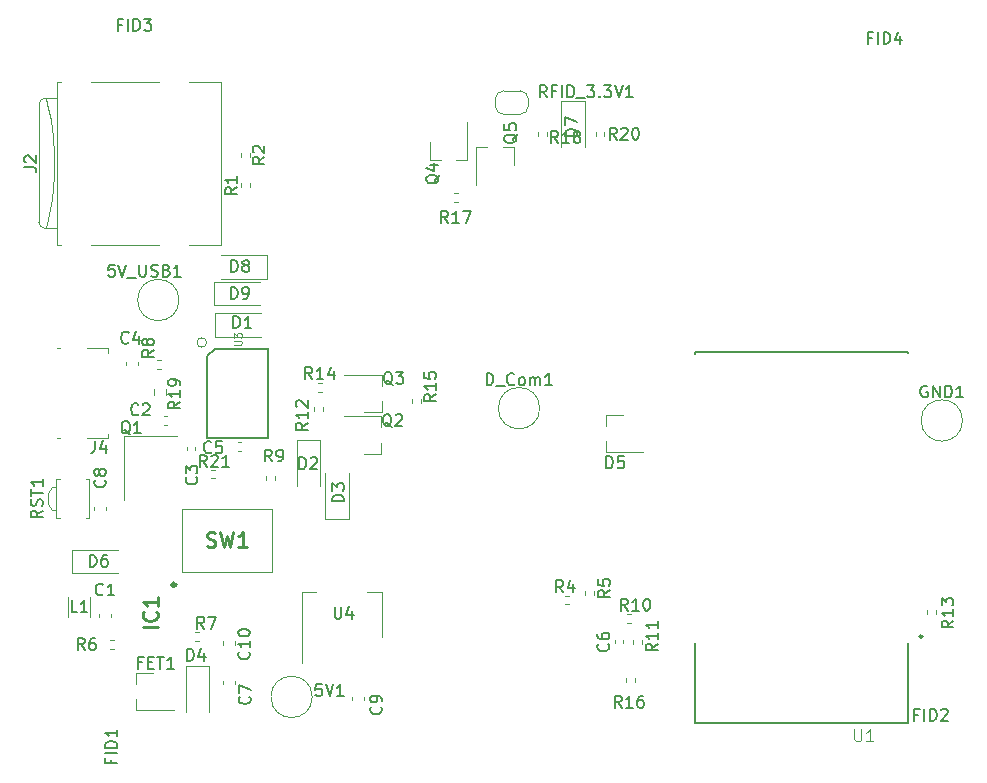
<source format=gbr>
G04 #@! TF.GenerationSoftware,KiCad,Pcbnew,(5.1.9-0-10_14)*
G04 #@! TF.CreationDate,2021-02-25T23:37:31+01:00*
G04 #@! TF.ProjectId,QUino-Dogbox,5155696e-6f2d-4446-9f67-626f782e6b69,C*
G04 #@! TF.SameCoordinates,Original*
G04 #@! TF.FileFunction,Legend,Top*
G04 #@! TF.FilePolarity,Positive*
%FSLAX46Y46*%
G04 Gerber Fmt 4.6, Leading zero omitted, Abs format (unit mm)*
G04 Created by KiCad (PCBNEW (5.1.9-0-10_14)) date 2021-02-25 23:37:31*
%MOMM*%
%LPD*%
G01*
G04 APERTURE LIST*
%ADD10C,0.325000*%
%ADD11C,0.100000*%
%ADD12C,0.203200*%
%ADD13C,0.127000*%
%ADD14C,0.120000*%
%ADD15C,0.240000*%
%ADD16C,0.254000*%
%ADD17C,0.015000*%
%ADD18C,0.150000*%
G04 APERTURE END LIST*
D10*
X97375200Y-125348000D02*
G75*
G03*
X97375200Y-125348000I-162500J0D01*
G01*
D11*
X99968000Y-104825800D02*
G75*
G03*
X99968000Y-104825800I-400000J0D01*
G01*
D12*
X100016000Y-105978800D02*
X100016000Y-112943800D01*
X100651000Y-105343800D02*
X100016000Y-105978800D01*
X105191000Y-105343800D02*
X100651000Y-105343800D01*
D13*
X105191000Y-105318800D02*
X105191000Y-105343800D01*
D12*
X105216000Y-112943800D02*
X105216000Y-105343800D01*
X100016000Y-112943800D02*
X105216000Y-112943800D01*
D14*
X136231900Y-133271279D02*
X136231900Y-133606521D01*
X135471900Y-133271279D02*
X135471900Y-133606521D01*
X88580400Y-122380500D02*
X92480400Y-122380500D01*
X88580400Y-124380500D02*
X92480400Y-124380500D01*
X88580400Y-122380500D02*
X88580400Y-124380500D01*
X108021100Y-131988600D02*
X108021100Y-125978600D01*
X114841100Y-129738600D02*
X114841100Y-125978600D01*
X108021100Y-125978600D02*
X109281100Y-125978600D01*
X114841100Y-125978600D02*
X113581100Y-125978600D01*
X100607300Y-99672900D02*
X100607300Y-101672900D01*
X100607300Y-101672900D02*
X104507300Y-101672900D01*
X100607300Y-99672900D02*
X104507300Y-99672900D01*
X105082900Y-99463100D02*
X105082900Y-97463100D01*
X105082900Y-97463100D02*
X101182900Y-97463100D01*
X105082900Y-99463100D02*
X101182900Y-99463100D01*
X132013200Y-84376700D02*
X130013200Y-84376700D01*
X130013200Y-84376700D02*
X130013200Y-88276700D01*
X132013200Y-84376700D02*
X132013200Y-88276700D01*
D11*
X105498900Y-124239400D02*
X97878900Y-124239400D01*
X97878900Y-124239400D02*
X97878900Y-118889400D01*
X97878900Y-118889400D02*
X105498900Y-118889400D01*
X105498900Y-118889400D02*
X105498900Y-124239400D01*
D13*
X159355300Y-130260400D02*
X159355300Y-137010400D01*
X159355300Y-137010400D02*
X141355300Y-137010400D01*
X141355300Y-137010400D02*
X141355300Y-130260400D01*
X159355300Y-105610400D02*
X141355300Y-105610400D01*
X141355300Y-105610400D02*
X141355300Y-105810400D01*
X159355300Y-105760400D02*
X159355300Y-105610400D01*
D15*
X160575300Y-129710400D02*
G75*
G03*
X160575300Y-129710400I-120000J0D01*
G01*
D14*
X117349000Y-109611179D02*
X117349000Y-109946421D01*
X118109000Y-109611179D02*
X118109000Y-109946421D01*
X94172500Y-106776567D02*
X94172500Y-106484033D01*
X93152500Y-106776567D02*
X93152500Y-106484033D01*
X100327479Y-116343700D02*
X100662721Y-116343700D01*
X100327479Y-115583700D02*
X100662721Y-115583700D01*
X132906500Y-87030579D02*
X132906500Y-87365821D01*
X133666500Y-87030579D02*
X133666500Y-87365821D01*
X128017000Y-87005179D02*
X128017000Y-87340421D01*
X128777000Y-87005179D02*
X128777000Y-87340421D01*
X121262121Y-92177600D02*
X120926879Y-92177600D01*
X121262121Y-92937600D02*
X120926879Y-92937600D01*
X136106900Y-130045479D02*
X136106900Y-130380721D01*
X136866900Y-130045479D02*
X136866900Y-130380721D01*
X135608079Y-128561100D02*
X135943321Y-128561100D01*
X135608079Y-127801100D02*
X135943321Y-127801100D01*
X98993979Y-130072400D02*
X99329221Y-130072400D01*
X98993979Y-129312400D02*
X99329221Y-129312400D01*
X91819079Y-130809000D02*
X92154321Y-130809000D01*
X91819079Y-130049000D02*
X92154321Y-130049000D01*
X132030200Y-125866579D02*
X132030200Y-126201821D01*
X132790200Y-125866579D02*
X132790200Y-126201821D01*
X130697621Y-126251700D02*
X130362379Y-126251700D01*
X130697621Y-127011700D02*
X130362379Y-127011700D01*
X125976500Y-88305100D02*
X125976500Y-89765100D01*
X122816500Y-88305100D02*
X122816500Y-91465100D01*
X122816500Y-88305100D02*
X123746500Y-88305100D01*
X125976500Y-88305100D02*
X125046500Y-88305100D01*
X118902500Y-89352600D02*
X118902500Y-87892600D01*
X122062500Y-89352600D02*
X122062500Y-86192600D01*
X122062500Y-89352600D02*
X121132500Y-89352600D01*
X118902500Y-89352600D02*
X119832500Y-89352600D01*
X88269400Y-126393558D02*
X88269400Y-128064042D01*
X90089400Y-126393558D02*
X90089400Y-128064042D01*
X94020100Y-132798700D02*
X95480100Y-132798700D01*
X94020100Y-135958700D02*
X97180100Y-135958700D01*
X94020100Y-135958700D02*
X94020100Y-135028700D01*
X94020100Y-132798700D02*
X94020100Y-133728700D01*
X100212400Y-132192200D02*
X100212400Y-136092200D01*
X98212400Y-132192200D02*
X98212400Y-136092200D01*
X100212400Y-132192200D02*
X98212400Y-132192200D01*
X100709900Y-102327200D02*
X104609900Y-102327200D01*
X100709900Y-104327200D02*
X104609900Y-104327200D01*
X100709900Y-102327200D02*
X100709900Y-104327200D01*
X101369400Y-130131433D02*
X101369400Y-130423967D01*
X102389400Y-130131433D02*
X102389400Y-130423967D01*
X112316800Y-134830433D02*
X112316800Y-135122967D01*
X113336800Y-134830433D02*
X113336800Y-135122967D01*
X101382100Y-133483133D02*
X101382100Y-133775667D01*
X102402100Y-133483133D02*
X102402100Y-133775667D01*
X135259400Y-130265435D02*
X135259400Y-130033765D01*
X134539400Y-130265435D02*
X134539400Y-130033765D01*
X91886500Y-128072267D02*
X91886500Y-127779733D01*
X90866500Y-128072267D02*
X90866500Y-127779733D01*
X97635000Y-101231700D02*
G75*
G03*
X97635000Y-101231700I-1750000J0D01*
G01*
X108925300Y-134835900D02*
G75*
G03*
X108925300Y-134835900I-1750000J0D01*
G01*
X124418900Y-84818500D02*
X124418900Y-84218500D01*
X126518900Y-85518500D02*
X125118900Y-85518500D01*
X127218900Y-84218500D02*
X127218900Y-84818500D01*
X125118900Y-83518500D02*
X126518900Y-83518500D01*
X126518900Y-83518500D02*
G75*
G02*
X127218900Y-84218500I0J-700000D01*
G01*
X127218900Y-84818500D02*
G75*
G02*
X126518900Y-85518500I-700000J0D01*
G01*
X125118900Y-85518500D02*
G75*
G02*
X124418900Y-84818500I0J700000D01*
G01*
X124418900Y-84218500D02*
G75*
G02*
X125118900Y-83518500I700000J0D01*
G01*
X86481000Y-84662000D02*
X86381000Y-84162000D01*
X86781000Y-85962000D02*
X86481000Y-84662000D01*
X86981000Y-87462000D02*
X86781000Y-85962000D01*
X87081000Y-88762000D02*
X86981000Y-87462000D01*
X87081000Y-90562000D02*
X87081000Y-88762000D01*
X86981000Y-91862000D02*
X87081000Y-90562000D01*
X86881000Y-92662000D02*
X86981000Y-91862000D01*
X86581000Y-94362000D02*
X86881000Y-92662000D01*
X86381000Y-95162000D02*
X86581000Y-94362000D01*
X85781000Y-94662000D02*
X85781000Y-84662000D01*
X87281000Y-95162000D02*
X86281000Y-95162000D01*
X87281000Y-84162000D02*
X86281000Y-84162000D01*
X87281000Y-96572000D02*
X87281000Y-82752000D01*
X101201000Y-82752000D02*
X101201000Y-96572000D01*
X98501000Y-82752000D02*
X101201000Y-82752000D01*
X87281000Y-82752000D02*
X87681000Y-82752000D01*
X90201000Y-82752000D02*
X95981000Y-82752000D01*
X98501000Y-96572000D02*
X101201000Y-96572000D01*
X90201000Y-96572000D02*
X95981000Y-96572000D01*
X87281000Y-96572000D02*
X87681000Y-96572000D01*
X86281000Y-84162000D02*
G75*
G03*
X85781000Y-84662000I0J-500000D01*
G01*
X85781000Y-94662000D02*
G75*
G03*
X86281000Y-95162000I500000J0D01*
G01*
X103631000Y-91697121D02*
X103631000Y-91361879D01*
X102871000Y-91697121D02*
X102871000Y-91361879D01*
X103631000Y-88769879D02*
X103631000Y-89105121D01*
X102871000Y-88769879D02*
X102871000Y-89105121D01*
X95743379Y-107110800D02*
X96078621Y-107110800D01*
X95743379Y-106350800D02*
X96078621Y-106350800D01*
X105764600Y-116164379D02*
X105764600Y-116499621D01*
X105004600Y-116164379D02*
X105004600Y-116499621D01*
X109854000Y-110272179D02*
X109854000Y-110607421D01*
X109094000Y-110272179D02*
X109094000Y-110607421D01*
X161011600Y-127840721D02*
X161011600Y-127505479D01*
X161771600Y-127840721D02*
X161771600Y-127505479D01*
X109395879Y-109015800D02*
X109731121Y-109015800D01*
X109395879Y-108255800D02*
X109731121Y-108255800D01*
X96635835Y-111789800D02*
X96404165Y-111789800D01*
X96635835Y-111069800D02*
X96404165Y-111069800D01*
X98319000Y-113659465D02*
X98319000Y-113891135D01*
X99039000Y-113659465D02*
X99039000Y-113891135D01*
X102884235Y-113279600D02*
X102652565Y-113279600D01*
X102884235Y-113999600D02*
X102652565Y-113999600D01*
X90422000Y-119019367D02*
X90422000Y-118726833D01*
X91442000Y-119019367D02*
X91442000Y-118726833D01*
X109610400Y-113066000D02*
X109610400Y-116966000D01*
X107610400Y-113066000D02*
X107610400Y-116966000D01*
X109610400Y-113066000D02*
X107610400Y-113066000D01*
X110023400Y-119788500D02*
X112023400Y-119788500D01*
X112023400Y-119788500D02*
X112023400Y-115888500D01*
X110023400Y-119788500D02*
X110023400Y-115888500D01*
X133796500Y-110942000D02*
X133796500Y-111872000D01*
X133796500Y-114102000D02*
X133796500Y-113172000D01*
X133796500Y-114102000D02*
X136956500Y-114102000D01*
X133796500Y-110942000D02*
X135256500Y-110942000D01*
X114742500Y-114241700D02*
X113282500Y-114241700D01*
X114742500Y-111081700D02*
X111582500Y-111081700D01*
X114742500Y-111081700D02*
X114742500Y-112011700D01*
X114742500Y-114241700D02*
X114742500Y-113311700D01*
X114806000Y-110723800D02*
X114806000Y-109793800D01*
X114806000Y-107563800D02*
X114806000Y-108493800D01*
X114806000Y-107563800D02*
X111646000Y-107563800D01*
X114806000Y-110723800D02*
X113346000Y-110723800D01*
X86546000Y-118533800D02*
X86926000Y-119033800D01*
X86926000Y-119033800D02*
X87246000Y-119033800D01*
X86546000Y-118533800D02*
X86546000Y-117533800D01*
X86546000Y-117533800D02*
X86926000Y-117033800D01*
X86926000Y-117033800D02*
X87246000Y-117033800D01*
X90046000Y-119683800D02*
X90046000Y-116383800D01*
X89746000Y-119683800D02*
X90046000Y-119683800D01*
X90046000Y-116383800D02*
X89746000Y-116383800D01*
X87546000Y-119683800D02*
X87246000Y-119683800D01*
X87246000Y-119683800D02*
X87246000Y-116383800D01*
X87246000Y-116383800D02*
X87546000Y-116383800D01*
X95489500Y-108785576D02*
X95489500Y-109295024D01*
X96534500Y-108785576D02*
X96534500Y-109295024D01*
X87316000Y-105333800D02*
X87576000Y-105333800D01*
X89856000Y-105333800D02*
X91626000Y-105333800D01*
X91626000Y-105333800D02*
X91626000Y-105713800D01*
X91626000Y-112953800D02*
X89856000Y-112953800D01*
X87576000Y-112953800D02*
X87316000Y-112953800D01*
X91626000Y-112953800D02*
X91626000Y-112573800D01*
X128178500Y-110388400D02*
G75*
G03*
X128178500Y-110388400I-1750000J0D01*
G01*
X163979800Y-111429800D02*
G75*
G03*
X163979800Y-111429800I-1750000J0D01*
G01*
X92993000Y-112740800D02*
X92993000Y-118140800D01*
X97493000Y-112740800D02*
X92993000Y-112740800D01*
D16*
X95837223Y-128938261D02*
X94567223Y-128938261D01*
X95716271Y-127607785D02*
X95776747Y-127668261D01*
X95837223Y-127849690D01*
X95837223Y-127970642D01*
X95776747Y-128152071D01*
X95655795Y-128273023D01*
X95534842Y-128333500D01*
X95292938Y-128393976D01*
X95111509Y-128393976D01*
X94869604Y-128333500D01*
X94748652Y-128273023D01*
X94627700Y-128152071D01*
X94567223Y-127970642D01*
X94567223Y-127849690D01*
X94627700Y-127668261D01*
X94688176Y-127607785D01*
X95837223Y-126398261D02*
X95837223Y-127123976D01*
X95837223Y-126761119D02*
X94567223Y-126761119D01*
X94748652Y-126882071D01*
X94869604Y-127003023D01*
X94930080Y-127123976D01*
D17*
X102310269Y-105030537D02*
X102828804Y-105030537D01*
X102889808Y-105000035D01*
X102920310Y-104969533D01*
X102950812Y-104908529D01*
X102950812Y-104786521D01*
X102920310Y-104725517D01*
X102889808Y-104695015D01*
X102828804Y-104664513D01*
X102310269Y-104664513D01*
X102310269Y-104420496D02*
X102310269Y-104023970D01*
X102554285Y-104237484D01*
X102554285Y-104145978D01*
X102584787Y-104084974D01*
X102615289Y-104054472D01*
X102676294Y-104023970D01*
X102828804Y-104023970D01*
X102889808Y-104054472D01*
X102920310Y-104084974D01*
X102950812Y-104145978D01*
X102950812Y-104328990D01*
X102920310Y-104389994D01*
X102889808Y-104420496D01*
D18*
X135107442Y-135746080D02*
X134774109Y-135269890D01*
X134536014Y-135746080D02*
X134536014Y-134746080D01*
X134916966Y-134746080D01*
X135012204Y-134793700D01*
X135059823Y-134841319D01*
X135107442Y-134936557D01*
X135107442Y-135079414D01*
X135059823Y-135174652D01*
X135012204Y-135222271D01*
X134916966Y-135269890D01*
X134536014Y-135269890D01*
X136059823Y-135746080D02*
X135488395Y-135746080D01*
X135774109Y-135746080D02*
X135774109Y-134746080D01*
X135678871Y-134888938D01*
X135583633Y-134984176D01*
X135488395Y-135031795D01*
X136916966Y-134746080D02*
X136726490Y-134746080D01*
X136631252Y-134793700D01*
X136583633Y-134841319D01*
X136488395Y-134984176D01*
X136440776Y-135174652D01*
X136440776Y-135555604D01*
X136488395Y-135650842D01*
X136536014Y-135698461D01*
X136631252Y-135746080D01*
X136821728Y-135746080D01*
X136916966Y-135698461D01*
X136964585Y-135650842D01*
X137012204Y-135555604D01*
X137012204Y-135317509D01*
X136964585Y-135222271D01*
X136916966Y-135174652D01*
X136821728Y-135127033D01*
X136631252Y-135127033D01*
X136536014Y-135174652D01*
X136488395Y-135222271D01*
X136440776Y-135317509D01*
X90092304Y-123807480D02*
X90092304Y-122807480D01*
X90330400Y-122807480D01*
X90473257Y-122855100D01*
X90568495Y-122950338D01*
X90616114Y-123045576D01*
X90663733Y-123236052D01*
X90663733Y-123378909D01*
X90616114Y-123569385D01*
X90568495Y-123664623D01*
X90473257Y-123759861D01*
X90330400Y-123807480D01*
X90092304Y-123807480D01*
X91520876Y-122807480D02*
X91330400Y-122807480D01*
X91235161Y-122855100D01*
X91187542Y-122902719D01*
X91092304Y-123045576D01*
X91044685Y-123236052D01*
X91044685Y-123617004D01*
X91092304Y-123712242D01*
X91139923Y-123759861D01*
X91235161Y-123807480D01*
X91425638Y-123807480D01*
X91520876Y-123759861D01*
X91568495Y-123712242D01*
X91616114Y-123617004D01*
X91616114Y-123378909D01*
X91568495Y-123283671D01*
X91520876Y-123236052D01*
X91425638Y-123188433D01*
X91235161Y-123188433D01*
X91139923Y-123236052D01*
X91092304Y-123283671D01*
X91044685Y-123378909D01*
X110808895Y-127201280D02*
X110808895Y-128010804D01*
X110856514Y-128106042D01*
X110904133Y-128153661D01*
X110999371Y-128201280D01*
X111189847Y-128201280D01*
X111285085Y-128153661D01*
X111332704Y-128106042D01*
X111380323Y-128010804D01*
X111380323Y-127201280D01*
X112285085Y-127534614D02*
X112285085Y-128201280D01*
X112046990Y-127153661D02*
X111808895Y-127867947D01*
X112427942Y-127867947D01*
X102044604Y-101128080D02*
X102044604Y-100128080D01*
X102282700Y-100128080D01*
X102425557Y-100175700D01*
X102520795Y-100270938D01*
X102568414Y-100366176D01*
X102616033Y-100556652D01*
X102616033Y-100699509D01*
X102568414Y-100889985D01*
X102520795Y-100985223D01*
X102425557Y-101080461D01*
X102282700Y-101128080D01*
X102044604Y-101128080D01*
X103092223Y-101128080D02*
X103282700Y-101128080D01*
X103377938Y-101080461D01*
X103425557Y-101032842D01*
X103520795Y-100889985D01*
X103568414Y-100699509D01*
X103568414Y-100318557D01*
X103520795Y-100223319D01*
X103473176Y-100175700D01*
X103377938Y-100128080D01*
X103187461Y-100128080D01*
X103092223Y-100175700D01*
X103044604Y-100223319D01*
X102996985Y-100318557D01*
X102996985Y-100556652D01*
X103044604Y-100651890D01*
X103092223Y-100699509D01*
X103187461Y-100747128D01*
X103377938Y-100747128D01*
X103473176Y-100699509D01*
X103520795Y-100651890D01*
X103568414Y-100556652D01*
X102055704Y-98839280D02*
X102055704Y-97839280D01*
X102293800Y-97839280D01*
X102436657Y-97886900D01*
X102531895Y-97982138D01*
X102579514Y-98077376D01*
X102627133Y-98267852D01*
X102627133Y-98410709D01*
X102579514Y-98601185D01*
X102531895Y-98696423D01*
X102436657Y-98791661D01*
X102293800Y-98839280D01*
X102055704Y-98839280D01*
X103198561Y-98267852D02*
X103103323Y-98220233D01*
X103055704Y-98172614D01*
X103008085Y-98077376D01*
X103008085Y-98029757D01*
X103055704Y-97934519D01*
X103103323Y-97886900D01*
X103198561Y-97839280D01*
X103389038Y-97839280D01*
X103484276Y-97886900D01*
X103531895Y-97934519D01*
X103579514Y-98029757D01*
X103579514Y-98077376D01*
X103531895Y-98172614D01*
X103484276Y-98220233D01*
X103389038Y-98267852D01*
X103198561Y-98267852D01*
X103103323Y-98315471D01*
X103055704Y-98363090D01*
X103008085Y-98458328D01*
X103008085Y-98648804D01*
X103055704Y-98744042D01*
X103103323Y-98791661D01*
X103198561Y-98839280D01*
X103389038Y-98839280D01*
X103484276Y-98791661D01*
X103531895Y-98744042D01*
X103579514Y-98648804D01*
X103579514Y-98458328D01*
X103531895Y-98363090D01*
X103484276Y-98315471D01*
X103389038Y-98267852D01*
X131338580Y-87326695D02*
X130338580Y-87326695D01*
X130338580Y-87088600D01*
X130386200Y-86945742D01*
X130481438Y-86850504D01*
X130576676Y-86802885D01*
X130767152Y-86755266D01*
X130910009Y-86755266D01*
X131100485Y-86802885D01*
X131195723Y-86850504D01*
X131290961Y-86945742D01*
X131338580Y-87088600D01*
X131338580Y-87326695D01*
X130338580Y-86421933D02*
X130338580Y-85755266D01*
X131338580Y-86183838D01*
D16*
X99995566Y-122078447D02*
X100176995Y-122138923D01*
X100479376Y-122138923D01*
X100600328Y-122078447D01*
X100660804Y-122017971D01*
X100721280Y-121897019D01*
X100721280Y-121776066D01*
X100660804Y-121655114D01*
X100600328Y-121594638D01*
X100479376Y-121534161D01*
X100237471Y-121473685D01*
X100116519Y-121413209D01*
X100056042Y-121352733D01*
X99995566Y-121231780D01*
X99995566Y-121110828D01*
X100056042Y-120989876D01*
X100116519Y-120929400D01*
X100237471Y-120868923D01*
X100539852Y-120868923D01*
X100721280Y-120929400D01*
X101144614Y-120868923D02*
X101446995Y-122138923D01*
X101688900Y-121231780D01*
X101930804Y-122138923D01*
X102233185Y-120868923D01*
X103382233Y-122138923D02*
X102656519Y-122138923D01*
X103019376Y-122138923D02*
X103019376Y-120868923D01*
X102898423Y-121050352D01*
X102777471Y-121171304D01*
X102656519Y-121231780D01*
D17*
X154828371Y-137584176D02*
X154828371Y-138395510D01*
X154876097Y-138490961D01*
X154923822Y-138538686D01*
X155019273Y-138586412D01*
X155210175Y-138586412D01*
X155305626Y-138538686D01*
X155353352Y-138490961D01*
X155401077Y-138395510D01*
X155401077Y-137584176D01*
X156403313Y-138586412D02*
X155830607Y-138586412D01*
X156116960Y-138586412D02*
X156116960Y-137584176D01*
X156021509Y-137727353D01*
X155926058Y-137822804D01*
X155830607Y-137870529D01*
D18*
X119400580Y-109215157D02*
X118924390Y-109548490D01*
X119400580Y-109786585D02*
X118400580Y-109786585D01*
X118400580Y-109405633D01*
X118448200Y-109310395D01*
X118495819Y-109262776D01*
X118591057Y-109215157D01*
X118733914Y-109215157D01*
X118829152Y-109262776D01*
X118876771Y-109310395D01*
X118924390Y-109405633D01*
X118924390Y-109786585D01*
X119400580Y-108262776D02*
X119400580Y-108834204D01*
X119400580Y-108548490D02*
X118400580Y-108548490D01*
X118543438Y-108643728D01*
X118638676Y-108738966D01*
X118686295Y-108834204D01*
X118400580Y-107358014D02*
X118400580Y-107834204D01*
X118876771Y-107881823D01*
X118829152Y-107834204D01*
X118781533Y-107738966D01*
X118781533Y-107500871D01*
X118829152Y-107405633D01*
X118876771Y-107358014D01*
X118972009Y-107310395D01*
X119210104Y-107310395D01*
X119305342Y-107358014D01*
X119352961Y-107405633D01*
X119400580Y-107500871D01*
X119400580Y-107738966D01*
X119352961Y-107834204D01*
X119305342Y-107881823D01*
X93368833Y-104828442D02*
X93321214Y-104876061D01*
X93178357Y-104923680D01*
X93083119Y-104923680D01*
X92940261Y-104876061D01*
X92845023Y-104780823D01*
X92797404Y-104685585D01*
X92749785Y-104495109D01*
X92749785Y-104352252D01*
X92797404Y-104161776D01*
X92845023Y-104066538D01*
X92940261Y-103971300D01*
X93083119Y-103923680D01*
X93178357Y-103923680D01*
X93321214Y-103971300D01*
X93368833Y-104018919D01*
X94225976Y-104257014D02*
X94225976Y-104923680D01*
X93987880Y-103876061D02*
X93749785Y-104590347D01*
X94368833Y-104590347D01*
X99979242Y-115349280D02*
X99645909Y-114873090D01*
X99407814Y-115349280D02*
X99407814Y-114349280D01*
X99788766Y-114349280D01*
X99884004Y-114396900D01*
X99931623Y-114444519D01*
X99979242Y-114539757D01*
X99979242Y-114682614D01*
X99931623Y-114777852D01*
X99884004Y-114825471D01*
X99788766Y-114873090D01*
X99407814Y-114873090D01*
X100360195Y-114444519D02*
X100407814Y-114396900D01*
X100503052Y-114349280D01*
X100741147Y-114349280D01*
X100836385Y-114396900D01*
X100884004Y-114444519D01*
X100931623Y-114539757D01*
X100931623Y-114634995D01*
X100884004Y-114777852D01*
X100312576Y-115349280D01*
X100931623Y-115349280D01*
X101884004Y-115349280D02*
X101312576Y-115349280D01*
X101598290Y-115349280D02*
X101598290Y-114349280D01*
X101503052Y-114492138D01*
X101407814Y-114587376D01*
X101312576Y-114634995D01*
X134688342Y-87650580D02*
X134355009Y-87174390D01*
X134116914Y-87650580D02*
X134116914Y-86650580D01*
X134497866Y-86650580D01*
X134593104Y-86698200D01*
X134640723Y-86745819D01*
X134688342Y-86841057D01*
X134688342Y-86983914D01*
X134640723Y-87079152D01*
X134593104Y-87126771D01*
X134497866Y-87174390D01*
X134116914Y-87174390D01*
X135069295Y-86745819D02*
X135116914Y-86698200D01*
X135212152Y-86650580D01*
X135450247Y-86650580D01*
X135545485Y-86698200D01*
X135593104Y-86745819D01*
X135640723Y-86841057D01*
X135640723Y-86936295D01*
X135593104Y-87079152D01*
X135021676Y-87650580D01*
X135640723Y-87650580D01*
X136259771Y-86650580D02*
X136355009Y-86650580D01*
X136450247Y-86698200D01*
X136497866Y-86745819D01*
X136545485Y-86841057D01*
X136593104Y-87031533D01*
X136593104Y-87269628D01*
X136545485Y-87460104D01*
X136497866Y-87555342D01*
X136450247Y-87602961D01*
X136355009Y-87650580D01*
X136259771Y-87650580D01*
X136164533Y-87602961D01*
X136116914Y-87555342D01*
X136069295Y-87460104D01*
X136021676Y-87269628D01*
X136021676Y-87031533D01*
X136069295Y-86841057D01*
X136116914Y-86745819D01*
X136164533Y-86698200D01*
X136259771Y-86650580D01*
X129722642Y-87942680D02*
X129389309Y-87466490D01*
X129151214Y-87942680D02*
X129151214Y-86942680D01*
X129532166Y-86942680D01*
X129627404Y-86990300D01*
X129675023Y-87037919D01*
X129722642Y-87133157D01*
X129722642Y-87276014D01*
X129675023Y-87371252D01*
X129627404Y-87418871D01*
X129532166Y-87466490D01*
X129151214Y-87466490D01*
X130675023Y-87942680D02*
X130103595Y-87942680D01*
X130389309Y-87942680D02*
X130389309Y-86942680D01*
X130294071Y-87085538D01*
X130198833Y-87180776D01*
X130103595Y-87228395D01*
X131246452Y-87371252D02*
X131151214Y-87323633D01*
X131103595Y-87276014D01*
X131055976Y-87180776D01*
X131055976Y-87133157D01*
X131103595Y-87037919D01*
X131151214Y-86990300D01*
X131246452Y-86942680D01*
X131436928Y-86942680D01*
X131532166Y-86990300D01*
X131579785Y-87037919D01*
X131627404Y-87133157D01*
X131627404Y-87180776D01*
X131579785Y-87276014D01*
X131532166Y-87323633D01*
X131436928Y-87371252D01*
X131246452Y-87371252D01*
X131151214Y-87418871D01*
X131103595Y-87466490D01*
X131055976Y-87561728D01*
X131055976Y-87752204D01*
X131103595Y-87847442D01*
X131151214Y-87895061D01*
X131246452Y-87942680D01*
X131436928Y-87942680D01*
X131532166Y-87895061D01*
X131579785Y-87847442D01*
X131627404Y-87752204D01*
X131627404Y-87561728D01*
X131579785Y-87466490D01*
X131532166Y-87418871D01*
X131436928Y-87371252D01*
X120413542Y-94686380D02*
X120080209Y-94210190D01*
X119842114Y-94686380D02*
X119842114Y-93686380D01*
X120223066Y-93686380D01*
X120318304Y-93734000D01*
X120365923Y-93781619D01*
X120413542Y-93876857D01*
X120413542Y-94019714D01*
X120365923Y-94114952D01*
X120318304Y-94162571D01*
X120223066Y-94210190D01*
X119842114Y-94210190D01*
X121365923Y-94686380D02*
X120794495Y-94686380D01*
X121080209Y-94686380D02*
X121080209Y-93686380D01*
X120984971Y-93829238D01*
X120889733Y-93924476D01*
X120794495Y-93972095D01*
X121699257Y-93686380D02*
X122365923Y-93686380D01*
X121937352Y-94686380D01*
X138158480Y-130335257D02*
X137682290Y-130668590D01*
X138158480Y-130906685D02*
X137158480Y-130906685D01*
X137158480Y-130525733D01*
X137206100Y-130430495D01*
X137253719Y-130382876D01*
X137348957Y-130335257D01*
X137491814Y-130335257D01*
X137587052Y-130382876D01*
X137634671Y-130430495D01*
X137682290Y-130525733D01*
X137682290Y-130906685D01*
X138158480Y-129382876D02*
X138158480Y-129954304D01*
X138158480Y-129668590D02*
X137158480Y-129668590D01*
X137301338Y-129763828D01*
X137396576Y-129859066D01*
X137444195Y-129954304D01*
X138158480Y-128430495D02*
X138158480Y-129001923D01*
X138158480Y-128716209D02*
X137158480Y-128716209D01*
X137301338Y-128811447D01*
X137396576Y-128906685D01*
X137444195Y-129001923D01*
X135628142Y-127528580D02*
X135294809Y-127052390D01*
X135056714Y-127528580D02*
X135056714Y-126528580D01*
X135437666Y-126528580D01*
X135532904Y-126576200D01*
X135580523Y-126623819D01*
X135628142Y-126719057D01*
X135628142Y-126861914D01*
X135580523Y-126957152D01*
X135532904Y-127004771D01*
X135437666Y-127052390D01*
X135056714Y-127052390D01*
X136580523Y-127528580D02*
X136009095Y-127528580D01*
X136294809Y-127528580D02*
X136294809Y-126528580D01*
X136199571Y-126671438D01*
X136104333Y-126766676D01*
X136009095Y-126814295D01*
X137199571Y-126528580D02*
X137294809Y-126528580D01*
X137390047Y-126576200D01*
X137437666Y-126623819D01*
X137485285Y-126719057D01*
X137532904Y-126909533D01*
X137532904Y-127147628D01*
X137485285Y-127338104D01*
X137437666Y-127433342D01*
X137390047Y-127480961D01*
X137294809Y-127528580D01*
X137199571Y-127528580D01*
X137104333Y-127480961D01*
X137056714Y-127433342D01*
X137009095Y-127338104D01*
X136961476Y-127147628D01*
X136961476Y-126909533D01*
X137009095Y-126719057D01*
X137056714Y-126623819D01*
X137104333Y-126576200D01*
X137199571Y-126528580D01*
X99769633Y-129052580D02*
X99436300Y-128576390D01*
X99198204Y-129052580D02*
X99198204Y-128052580D01*
X99579157Y-128052580D01*
X99674395Y-128100200D01*
X99722014Y-128147819D01*
X99769633Y-128243057D01*
X99769633Y-128385914D01*
X99722014Y-128481152D01*
X99674395Y-128528771D01*
X99579157Y-128576390D01*
X99198204Y-128576390D01*
X100102966Y-128052580D02*
X100769633Y-128052580D01*
X100341061Y-129052580D01*
X89647733Y-130868680D02*
X89314400Y-130392490D01*
X89076304Y-130868680D02*
X89076304Y-129868680D01*
X89457257Y-129868680D01*
X89552495Y-129916300D01*
X89600114Y-129963919D01*
X89647733Y-130059157D01*
X89647733Y-130202014D01*
X89600114Y-130297252D01*
X89552495Y-130344871D01*
X89457257Y-130392490D01*
X89076304Y-130392490D01*
X90504876Y-129868680D02*
X90314400Y-129868680D01*
X90219161Y-129916300D01*
X90171542Y-129963919D01*
X90076304Y-130106776D01*
X90028685Y-130297252D01*
X90028685Y-130678204D01*
X90076304Y-130773442D01*
X90123923Y-130821061D01*
X90219161Y-130868680D01*
X90409638Y-130868680D01*
X90504876Y-130821061D01*
X90552495Y-130773442D01*
X90600114Y-130678204D01*
X90600114Y-130440109D01*
X90552495Y-130344871D01*
X90504876Y-130297252D01*
X90409638Y-130249633D01*
X90219161Y-130249633D01*
X90123923Y-130297252D01*
X90076304Y-130344871D01*
X90028685Y-130440109D01*
X134132580Y-125795066D02*
X133656390Y-126128400D01*
X134132580Y-126366495D02*
X133132580Y-126366495D01*
X133132580Y-125985542D01*
X133180200Y-125890304D01*
X133227819Y-125842685D01*
X133323057Y-125795066D01*
X133465914Y-125795066D01*
X133561152Y-125842685D01*
X133608771Y-125890304D01*
X133656390Y-125985542D01*
X133656390Y-126366495D01*
X133132580Y-124890304D02*
X133132580Y-125366495D01*
X133608771Y-125414114D01*
X133561152Y-125366495D01*
X133513533Y-125271257D01*
X133513533Y-125033161D01*
X133561152Y-124937923D01*
X133608771Y-124890304D01*
X133704009Y-124842685D01*
X133942104Y-124842685D01*
X134037342Y-124890304D01*
X134084961Y-124937923D01*
X134132580Y-125033161D01*
X134132580Y-125271257D01*
X134084961Y-125366495D01*
X134037342Y-125414114D01*
X130159533Y-125966480D02*
X129826200Y-125490290D01*
X129588104Y-125966480D02*
X129588104Y-124966480D01*
X129969057Y-124966480D01*
X130064295Y-125014100D01*
X130111914Y-125061719D01*
X130159533Y-125156957D01*
X130159533Y-125299814D01*
X130111914Y-125395052D01*
X130064295Y-125442671D01*
X129969057Y-125490290D01*
X129588104Y-125490290D01*
X131016676Y-125299814D02*
X131016676Y-125966480D01*
X130778580Y-124918861D02*
X130540485Y-125633147D01*
X131159533Y-125633147D01*
X126277619Y-87191838D02*
X126230000Y-87287076D01*
X126134761Y-87382314D01*
X125991904Y-87525171D01*
X125944285Y-87620409D01*
X125944285Y-87715647D01*
X126182380Y-87668028D02*
X126134761Y-87763266D01*
X126039523Y-87858504D01*
X125849047Y-87906123D01*
X125515714Y-87906123D01*
X125325238Y-87858504D01*
X125230000Y-87763266D01*
X125182380Y-87668028D01*
X125182380Y-87477552D01*
X125230000Y-87382314D01*
X125325238Y-87287076D01*
X125515714Y-87239457D01*
X125849047Y-87239457D01*
X126039523Y-87287076D01*
X126134761Y-87382314D01*
X126182380Y-87477552D01*
X126182380Y-87668028D01*
X125182380Y-86334695D02*
X125182380Y-86810885D01*
X125658571Y-86858504D01*
X125610952Y-86810885D01*
X125563333Y-86715647D01*
X125563333Y-86477552D01*
X125610952Y-86382314D01*
X125658571Y-86334695D01*
X125753809Y-86287076D01*
X125991904Y-86287076D01*
X126087142Y-86334695D01*
X126134761Y-86382314D01*
X126182380Y-86477552D01*
X126182380Y-86715647D01*
X126134761Y-86810885D01*
X126087142Y-86858504D01*
X119673619Y-90620838D02*
X119626000Y-90716076D01*
X119530761Y-90811314D01*
X119387904Y-90954171D01*
X119340285Y-91049409D01*
X119340285Y-91144647D01*
X119578380Y-91097028D02*
X119530761Y-91192266D01*
X119435523Y-91287504D01*
X119245047Y-91335123D01*
X118911714Y-91335123D01*
X118721238Y-91287504D01*
X118626000Y-91192266D01*
X118578380Y-91097028D01*
X118578380Y-90906552D01*
X118626000Y-90811314D01*
X118721238Y-90716076D01*
X118911714Y-90668457D01*
X119245047Y-90668457D01*
X119435523Y-90716076D01*
X119530761Y-90811314D01*
X119578380Y-90906552D01*
X119578380Y-91097028D01*
X118911714Y-89811314D02*
X119578380Y-89811314D01*
X118530761Y-90049409D02*
X119245047Y-90287504D01*
X119245047Y-89668457D01*
X89025433Y-127668280D02*
X88549242Y-127668280D01*
X88549242Y-126668280D01*
X89882576Y-127668280D02*
X89311147Y-127668280D01*
X89596861Y-127668280D02*
X89596861Y-126668280D01*
X89501623Y-126811138D01*
X89406385Y-126906376D01*
X89311147Y-126953995D01*
X94502433Y-131919671D02*
X94169100Y-131919671D01*
X94169100Y-132443480D02*
X94169100Y-131443480D01*
X94645290Y-131443480D01*
X95026242Y-131919671D02*
X95359576Y-131919671D01*
X95502433Y-132443480D02*
X95026242Y-132443480D01*
X95026242Y-131443480D01*
X95502433Y-131443480D01*
X95788147Y-131443480D02*
X96359576Y-131443480D01*
X96073861Y-132443480D02*
X96073861Y-131443480D01*
X97216719Y-132443480D02*
X96645290Y-132443480D01*
X96931004Y-132443480D02*
X96931004Y-131443480D01*
X96835766Y-131586338D01*
X96740528Y-131681576D01*
X96645290Y-131729195D01*
X98321904Y-131770380D02*
X98321904Y-130770380D01*
X98560000Y-130770380D01*
X98702857Y-130818000D01*
X98798095Y-130913238D01*
X98845714Y-131008476D01*
X98893333Y-131198952D01*
X98893333Y-131341809D01*
X98845714Y-131532285D01*
X98798095Y-131627523D01*
X98702857Y-131722761D01*
X98560000Y-131770380D01*
X98321904Y-131770380D01*
X99750476Y-131103714D02*
X99750476Y-131770380D01*
X99512380Y-130722761D02*
X99274285Y-131437047D01*
X99893333Y-131437047D01*
X102246204Y-103601780D02*
X102246204Y-102601780D01*
X102484300Y-102601780D01*
X102627157Y-102649400D01*
X102722395Y-102744638D01*
X102770014Y-102839876D01*
X102817633Y-103030352D01*
X102817633Y-103173209D01*
X102770014Y-103363685D01*
X102722395Y-103458923D01*
X102627157Y-103554161D01*
X102484300Y-103601780D01*
X102246204Y-103601780D01*
X103770014Y-103601780D02*
X103198585Y-103601780D01*
X103484300Y-103601780D02*
X103484300Y-102601780D01*
X103389061Y-102744638D01*
X103293823Y-102839876D01*
X103198585Y-102887495D01*
X103544642Y-131021057D02*
X103592261Y-131068676D01*
X103639880Y-131211533D01*
X103639880Y-131306771D01*
X103592261Y-131449628D01*
X103497023Y-131544866D01*
X103401785Y-131592485D01*
X103211309Y-131640104D01*
X103068452Y-131640104D01*
X102877976Y-131592485D01*
X102782738Y-131544866D01*
X102687500Y-131449628D01*
X102639880Y-131306771D01*
X102639880Y-131211533D01*
X102687500Y-131068676D01*
X102735119Y-131021057D01*
X103639880Y-130068676D02*
X103639880Y-130640104D01*
X103639880Y-130354390D02*
X102639880Y-130354390D01*
X102782738Y-130449628D01*
X102877976Y-130544866D01*
X102925595Y-130640104D01*
X102639880Y-129449628D02*
X102639880Y-129354390D01*
X102687500Y-129259152D01*
X102735119Y-129211533D01*
X102830357Y-129163914D01*
X103020833Y-129116295D01*
X103258928Y-129116295D01*
X103449404Y-129163914D01*
X103544642Y-129211533D01*
X103592261Y-129259152D01*
X103639880Y-129354390D01*
X103639880Y-129449628D01*
X103592261Y-129544866D01*
X103544642Y-129592485D01*
X103449404Y-129640104D01*
X103258928Y-129687723D01*
X103020833Y-129687723D01*
X102830357Y-129640104D01*
X102735119Y-129592485D01*
X102687500Y-129544866D01*
X102639880Y-129449628D01*
X114720642Y-135676766D02*
X114768261Y-135724385D01*
X114815880Y-135867242D01*
X114815880Y-135962480D01*
X114768261Y-136105338D01*
X114673023Y-136200576D01*
X114577785Y-136248195D01*
X114387309Y-136295814D01*
X114244452Y-136295814D01*
X114053976Y-136248195D01*
X113958738Y-136200576D01*
X113863500Y-136105338D01*
X113815880Y-135962480D01*
X113815880Y-135867242D01*
X113863500Y-135724385D01*
X113911119Y-135676766D01*
X114815880Y-135200576D02*
X114815880Y-135010100D01*
X114768261Y-134914861D01*
X114720642Y-134867242D01*
X114577785Y-134772004D01*
X114387309Y-134724385D01*
X114006357Y-134724385D01*
X113911119Y-134772004D01*
X113863500Y-134819623D01*
X113815880Y-134914861D01*
X113815880Y-135105338D01*
X113863500Y-135200576D01*
X113911119Y-135248195D01*
X114006357Y-135295814D01*
X114244452Y-135295814D01*
X114339690Y-135248195D01*
X114387309Y-135200576D01*
X114434928Y-135105338D01*
X114434928Y-134914861D01*
X114387309Y-134819623D01*
X114339690Y-134772004D01*
X114244452Y-134724385D01*
X103608142Y-134812066D02*
X103655761Y-134859685D01*
X103703380Y-135002542D01*
X103703380Y-135097780D01*
X103655761Y-135240638D01*
X103560523Y-135335876D01*
X103465285Y-135383495D01*
X103274809Y-135431114D01*
X103131952Y-135431114D01*
X102941476Y-135383495D01*
X102846238Y-135335876D01*
X102751000Y-135240638D01*
X102703380Y-135097780D01*
X102703380Y-135002542D01*
X102751000Y-134859685D01*
X102798619Y-134812066D01*
X102703380Y-134478733D02*
X102703380Y-133812066D01*
X103703380Y-134240638D01*
X133961142Y-130354366D02*
X134008761Y-130401985D01*
X134056380Y-130544842D01*
X134056380Y-130640080D01*
X134008761Y-130782938D01*
X133913523Y-130878176D01*
X133818285Y-130925795D01*
X133627809Y-130973414D01*
X133484952Y-130973414D01*
X133294476Y-130925795D01*
X133199238Y-130878176D01*
X133104000Y-130782938D01*
X133056380Y-130640080D01*
X133056380Y-130544842D01*
X133104000Y-130401985D01*
X133151619Y-130354366D01*
X133056380Y-129497223D02*
X133056380Y-129687700D01*
X133104000Y-129782938D01*
X133151619Y-129830557D01*
X133294476Y-129925795D01*
X133484952Y-129973414D01*
X133865904Y-129973414D01*
X133961142Y-129925795D01*
X134008761Y-129878176D01*
X134056380Y-129782938D01*
X134056380Y-129592461D01*
X134008761Y-129497223D01*
X133961142Y-129449604D01*
X133865904Y-129401985D01*
X133627809Y-129401985D01*
X133532571Y-129449604D01*
X133484952Y-129497223D01*
X133437333Y-129592461D01*
X133437333Y-129782938D01*
X133484952Y-129878176D01*
X133532571Y-129925795D01*
X133627809Y-129973414D01*
X91209833Y-126150642D02*
X91162214Y-126198261D01*
X91019357Y-126245880D01*
X90924119Y-126245880D01*
X90781261Y-126198261D01*
X90686023Y-126103023D01*
X90638404Y-126007785D01*
X90590785Y-125817309D01*
X90590785Y-125674452D01*
X90638404Y-125483976D01*
X90686023Y-125388738D01*
X90781261Y-125293500D01*
X90924119Y-125245880D01*
X91019357Y-125245880D01*
X91162214Y-125293500D01*
X91209833Y-125341119D01*
X92162214Y-126245880D02*
X91590785Y-126245880D01*
X91876500Y-126245880D02*
X91876500Y-125245880D01*
X91781261Y-125388738D01*
X91686023Y-125483976D01*
X91590785Y-125531595D01*
X92181680Y-98245680D02*
X91705490Y-98245680D01*
X91657871Y-98721871D01*
X91705490Y-98674252D01*
X91800728Y-98626633D01*
X92038823Y-98626633D01*
X92134061Y-98674252D01*
X92181680Y-98721871D01*
X92229300Y-98817109D01*
X92229300Y-99055204D01*
X92181680Y-99150442D01*
X92134061Y-99198061D01*
X92038823Y-99245680D01*
X91800728Y-99245680D01*
X91705490Y-99198061D01*
X91657871Y-99150442D01*
X92515014Y-98245680D02*
X92848347Y-99245680D01*
X93181680Y-98245680D01*
X93276919Y-99340919D02*
X94038823Y-99340919D01*
X94276919Y-98245680D02*
X94276919Y-99055204D01*
X94324538Y-99150442D01*
X94372157Y-99198061D01*
X94467395Y-99245680D01*
X94657871Y-99245680D01*
X94753109Y-99198061D01*
X94800728Y-99150442D01*
X94848347Y-99055204D01*
X94848347Y-98245680D01*
X95276919Y-99198061D02*
X95419776Y-99245680D01*
X95657871Y-99245680D01*
X95753109Y-99198061D01*
X95800728Y-99150442D01*
X95848347Y-99055204D01*
X95848347Y-98959966D01*
X95800728Y-98864728D01*
X95753109Y-98817109D01*
X95657871Y-98769490D01*
X95467395Y-98721871D01*
X95372157Y-98674252D01*
X95324538Y-98626633D01*
X95276919Y-98531395D01*
X95276919Y-98436157D01*
X95324538Y-98340919D01*
X95372157Y-98293300D01*
X95467395Y-98245680D01*
X95705490Y-98245680D01*
X95848347Y-98293300D01*
X96610252Y-98721871D02*
X96753109Y-98769490D01*
X96800728Y-98817109D01*
X96848347Y-98912347D01*
X96848347Y-99055204D01*
X96800728Y-99150442D01*
X96753109Y-99198061D01*
X96657871Y-99245680D01*
X96276919Y-99245680D01*
X96276919Y-98245680D01*
X96610252Y-98245680D01*
X96705490Y-98293300D01*
X96753109Y-98340919D01*
X96800728Y-98436157D01*
X96800728Y-98531395D01*
X96753109Y-98626633D01*
X96705490Y-98674252D01*
X96610252Y-98721871D01*
X96276919Y-98721871D01*
X97800728Y-99245680D02*
X97229300Y-99245680D01*
X97515014Y-99245680D02*
X97515014Y-98245680D01*
X97419776Y-98388538D01*
X97324538Y-98483776D01*
X97229300Y-98531395D01*
X109721733Y-133754880D02*
X109245542Y-133754880D01*
X109197923Y-134231071D01*
X109245542Y-134183452D01*
X109340780Y-134135833D01*
X109578876Y-134135833D01*
X109674114Y-134183452D01*
X109721733Y-134231071D01*
X109769352Y-134326309D01*
X109769352Y-134564404D01*
X109721733Y-134659642D01*
X109674114Y-134707261D01*
X109578876Y-134754880D01*
X109340780Y-134754880D01*
X109245542Y-134707261D01*
X109197923Y-134659642D01*
X110055066Y-133754880D02*
X110388400Y-134754880D01*
X110721733Y-133754880D01*
X111578876Y-134754880D02*
X111007447Y-134754880D01*
X111293161Y-134754880D02*
X111293161Y-133754880D01*
X111197923Y-133897738D01*
X111102685Y-133992976D01*
X111007447Y-134040595D01*
X128772066Y-84069180D02*
X128438733Y-83592990D01*
X128200638Y-84069180D02*
X128200638Y-83069180D01*
X128581590Y-83069180D01*
X128676828Y-83116800D01*
X128724447Y-83164419D01*
X128772066Y-83259657D01*
X128772066Y-83402514D01*
X128724447Y-83497752D01*
X128676828Y-83545371D01*
X128581590Y-83592990D01*
X128200638Y-83592990D01*
X129533971Y-83545371D02*
X129200638Y-83545371D01*
X129200638Y-84069180D02*
X129200638Y-83069180D01*
X129676828Y-83069180D01*
X130057780Y-84069180D02*
X130057780Y-83069180D01*
X130533971Y-84069180D02*
X130533971Y-83069180D01*
X130772066Y-83069180D01*
X130914923Y-83116800D01*
X131010161Y-83212038D01*
X131057780Y-83307276D01*
X131105400Y-83497752D01*
X131105400Y-83640609D01*
X131057780Y-83831085D01*
X131010161Y-83926323D01*
X130914923Y-84021561D01*
X130772066Y-84069180D01*
X130533971Y-84069180D01*
X131295876Y-84164419D02*
X132057780Y-84164419D01*
X132200638Y-83069180D02*
X132819685Y-83069180D01*
X132486352Y-83450133D01*
X132629209Y-83450133D01*
X132724447Y-83497752D01*
X132772066Y-83545371D01*
X132819685Y-83640609D01*
X132819685Y-83878704D01*
X132772066Y-83973942D01*
X132724447Y-84021561D01*
X132629209Y-84069180D01*
X132343495Y-84069180D01*
X132248257Y-84021561D01*
X132200638Y-83973942D01*
X133248257Y-83973942D02*
X133295876Y-84021561D01*
X133248257Y-84069180D01*
X133200638Y-84021561D01*
X133248257Y-83973942D01*
X133248257Y-84069180D01*
X133629209Y-83069180D02*
X134248257Y-83069180D01*
X133914923Y-83450133D01*
X134057780Y-83450133D01*
X134153019Y-83497752D01*
X134200638Y-83545371D01*
X134248257Y-83640609D01*
X134248257Y-83878704D01*
X134200638Y-83973942D01*
X134153019Y-84021561D01*
X134057780Y-84069180D01*
X133772066Y-84069180D01*
X133676828Y-84021561D01*
X133629209Y-83973942D01*
X134533971Y-83069180D02*
X134867304Y-84069180D01*
X135200638Y-83069180D01*
X136057780Y-84069180D02*
X135486352Y-84069180D01*
X135772066Y-84069180D02*
X135772066Y-83069180D01*
X135676828Y-83212038D01*
X135581590Y-83307276D01*
X135486352Y-83354895D01*
X84553380Y-89995333D02*
X85267666Y-89995333D01*
X85410523Y-90042952D01*
X85505761Y-90138190D01*
X85553380Y-90281047D01*
X85553380Y-90376285D01*
X84648619Y-89566761D02*
X84601000Y-89519142D01*
X84553380Y-89423904D01*
X84553380Y-89185809D01*
X84601000Y-89090571D01*
X84648619Y-89042952D01*
X84743857Y-88995333D01*
X84839095Y-88995333D01*
X84981952Y-89042952D01*
X85553380Y-89614380D01*
X85553380Y-88995333D01*
X102533380Y-91696166D02*
X102057190Y-92029500D01*
X102533380Y-92267595D02*
X101533380Y-92267595D01*
X101533380Y-91886642D01*
X101581000Y-91791404D01*
X101628619Y-91743785D01*
X101723857Y-91696166D01*
X101866714Y-91696166D01*
X101961952Y-91743785D01*
X102009571Y-91791404D01*
X102057190Y-91886642D01*
X102057190Y-92267595D01*
X102533380Y-90743785D02*
X102533380Y-91315214D01*
X102533380Y-91029500D02*
X101533380Y-91029500D01*
X101676238Y-91124738D01*
X101771476Y-91219976D01*
X101819095Y-91315214D01*
X104873380Y-89104166D02*
X104397190Y-89437500D01*
X104873380Y-89675595D02*
X103873380Y-89675595D01*
X103873380Y-89294642D01*
X103921000Y-89199404D01*
X103968619Y-89151785D01*
X104063857Y-89104166D01*
X104206714Y-89104166D01*
X104301952Y-89151785D01*
X104349571Y-89199404D01*
X104397190Y-89294642D01*
X104397190Y-89675595D01*
X103968619Y-88723214D02*
X103921000Y-88675595D01*
X103873380Y-88580357D01*
X103873380Y-88342261D01*
X103921000Y-88247023D01*
X103968619Y-88199404D01*
X104063857Y-88151785D01*
X104159095Y-88151785D01*
X104301952Y-88199404D01*
X104873380Y-88770833D01*
X104873380Y-88151785D01*
X95524580Y-105449666D02*
X95048390Y-105783000D01*
X95524580Y-106021095D02*
X94524580Y-106021095D01*
X94524580Y-105640142D01*
X94572200Y-105544904D01*
X94619819Y-105497285D01*
X94715057Y-105449666D01*
X94857914Y-105449666D01*
X94953152Y-105497285D01*
X95000771Y-105544904D01*
X95048390Y-105640142D01*
X95048390Y-106021095D01*
X94953152Y-104878238D02*
X94905533Y-104973476D01*
X94857914Y-105021095D01*
X94762676Y-105068714D01*
X94715057Y-105068714D01*
X94619819Y-105021095D01*
X94572200Y-104973476D01*
X94524580Y-104878238D01*
X94524580Y-104687761D01*
X94572200Y-104592523D01*
X94619819Y-104544904D01*
X94715057Y-104497285D01*
X94762676Y-104497285D01*
X94857914Y-104544904D01*
X94905533Y-104592523D01*
X94953152Y-104687761D01*
X94953152Y-104878238D01*
X95000771Y-104973476D01*
X95048390Y-105021095D01*
X95143628Y-105068714D01*
X95334104Y-105068714D01*
X95429342Y-105021095D01*
X95476961Y-104973476D01*
X95524580Y-104878238D01*
X95524580Y-104687761D01*
X95476961Y-104592523D01*
X95429342Y-104544904D01*
X95334104Y-104497285D01*
X95143628Y-104497285D01*
X95048390Y-104544904D01*
X95000771Y-104592523D01*
X94953152Y-104687761D01*
X105510033Y-114892080D02*
X105176700Y-114415890D01*
X104938604Y-114892080D02*
X104938604Y-113892080D01*
X105319557Y-113892080D01*
X105414795Y-113939700D01*
X105462414Y-113987319D01*
X105510033Y-114082557D01*
X105510033Y-114225414D01*
X105462414Y-114320652D01*
X105414795Y-114368271D01*
X105319557Y-114415890D01*
X104938604Y-114415890D01*
X105986223Y-114892080D02*
X106176700Y-114892080D01*
X106271938Y-114844461D01*
X106319557Y-114796842D01*
X106414795Y-114653985D01*
X106462414Y-114463509D01*
X106462414Y-114082557D01*
X106414795Y-113987319D01*
X106367176Y-113939700D01*
X106271938Y-113892080D01*
X106081461Y-113892080D01*
X105986223Y-113939700D01*
X105938604Y-113987319D01*
X105890985Y-114082557D01*
X105890985Y-114320652D01*
X105938604Y-114415890D01*
X105986223Y-114463509D01*
X106081461Y-114511128D01*
X106271938Y-114511128D01*
X106367176Y-114463509D01*
X106414795Y-114415890D01*
X106462414Y-114320652D01*
X108529380Y-111628157D02*
X108053190Y-111961490D01*
X108529380Y-112199585D02*
X107529380Y-112199585D01*
X107529380Y-111818633D01*
X107577000Y-111723395D01*
X107624619Y-111675776D01*
X107719857Y-111628157D01*
X107862714Y-111628157D01*
X107957952Y-111675776D01*
X108005571Y-111723395D01*
X108053190Y-111818633D01*
X108053190Y-112199585D01*
X108529380Y-110675776D02*
X108529380Y-111247204D01*
X108529380Y-110961490D02*
X107529380Y-110961490D01*
X107672238Y-111056728D01*
X107767476Y-111151966D01*
X107815095Y-111247204D01*
X107624619Y-110294823D02*
X107577000Y-110247204D01*
X107529380Y-110151966D01*
X107529380Y-109913871D01*
X107577000Y-109818633D01*
X107624619Y-109771014D01*
X107719857Y-109723395D01*
X107815095Y-109723395D01*
X107957952Y-109771014D01*
X108529380Y-110342442D01*
X108529380Y-109723395D01*
X163215580Y-128379457D02*
X162739390Y-128712790D01*
X163215580Y-128950885D02*
X162215580Y-128950885D01*
X162215580Y-128569933D01*
X162263200Y-128474695D01*
X162310819Y-128427076D01*
X162406057Y-128379457D01*
X162548914Y-128379457D01*
X162644152Y-128427076D01*
X162691771Y-128474695D01*
X162739390Y-128569933D01*
X162739390Y-128950885D01*
X163215580Y-127427076D02*
X163215580Y-127998504D01*
X163215580Y-127712790D02*
X162215580Y-127712790D01*
X162358438Y-127808028D01*
X162453676Y-127903266D01*
X162501295Y-127998504D01*
X162215580Y-127093742D02*
X162215580Y-126474695D01*
X162596533Y-126808028D01*
X162596533Y-126665171D01*
X162644152Y-126569933D01*
X162691771Y-126522314D01*
X162787009Y-126474695D01*
X163025104Y-126474695D01*
X163120342Y-126522314D01*
X163167961Y-126569933D01*
X163215580Y-126665171D01*
X163215580Y-126950885D01*
X163167961Y-127046123D01*
X163120342Y-127093742D01*
X108920642Y-107918180D02*
X108587309Y-107441990D01*
X108349214Y-107918180D02*
X108349214Y-106918180D01*
X108730166Y-106918180D01*
X108825404Y-106965800D01*
X108873023Y-107013419D01*
X108920642Y-107108657D01*
X108920642Y-107251514D01*
X108873023Y-107346752D01*
X108825404Y-107394371D01*
X108730166Y-107441990D01*
X108349214Y-107441990D01*
X109873023Y-107918180D02*
X109301595Y-107918180D01*
X109587309Y-107918180D02*
X109587309Y-106918180D01*
X109492071Y-107061038D01*
X109396833Y-107156276D01*
X109301595Y-107203895D01*
X110730166Y-107251514D02*
X110730166Y-107918180D01*
X110492071Y-106870561D02*
X110253976Y-107584847D01*
X110873023Y-107584847D01*
X94194333Y-110897942D02*
X94146714Y-110945561D01*
X94003857Y-110993180D01*
X93908619Y-110993180D01*
X93765761Y-110945561D01*
X93670523Y-110850323D01*
X93622904Y-110755085D01*
X93575285Y-110564609D01*
X93575285Y-110421752D01*
X93622904Y-110231276D01*
X93670523Y-110136038D01*
X93765761Y-110040800D01*
X93908619Y-109993180D01*
X94003857Y-109993180D01*
X94146714Y-110040800D01*
X94194333Y-110088419D01*
X94575285Y-110088419D02*
X94622904Y-110040800D01*
X94718142Y-109993180D01*
X94956238Y-109993180D01*
X95051476Y-110040800D01*
X95099095Y-110088419D01*
X95146714Y-110183657D01*
X95146714Y-110278895D01*
X95099095Y-110421752D01*
X94527666Y-110993180D01*
X95146714Y-110993180D01*
X99099642Y-116231966D02*
X99147261Y-116279585D01*
X99194880Y-116422442D01*
X99194880Y-116517680D01*
X99147261Y-116660538D01*
X99052023Y-116755776D01*
X98956785Y-116803395D01*
X98766309Y-116851014D01*
X98623452Y-116851014D01*
X98432976Y-116803395D01*
X98337738Y-116755776D01*
X98242500Y-116660538D01*
X98194880Y-116517680D01*
X98194880Y-116422442D01*
X98242500Y-116279585D01*
X98290119Y-116231966D01*
X98194880Y-115898633D02*
X98194880Y-115279585D01*
X98575833Y-115612919D01*
X98575833Y-115470061D01*
X98623452Y-115374823D01*
X98671071Y-115327204D01*
X98766309Y-115279585D01*
X99004404Y-115279585D01*
X99099642Y-115327204D01*
X99147261Y-115374823D01*
X99194880Y-115470061D01*
X99194880Y-115755776D01*
X99147261Y-115851014D01*
X99099642Y-115898633D01*
X100366533Y-114098342D02*
X100318914Y-114145961D01*
X100176057Y-114193580D01*
X100080819Y-114193580D01*
X99937961Y-114145961D01*
X99842723Y-114050723D01*
X99795104Y-113955485D01*
X99747485Y-113765009D01*
X99747485Y-113622152D01*
X99795104Y-113431676D01*
X99842723Y-113336438D01*
X99937961Y-113241200D01*
X100080819Y-113193580D01*
X100176057Y-113193580D01*
X100318914Y-113241200D01*
X100366533Y-113288819D01*
X101271295Y-113193580D02*
X100795104Y-113193580D01*
X100747485Y-113669771D01*
X100795104Y-113622152D01*
X100890342Y-113574533D01*
X101128438Y-113574533D01*
X101223676Y-113622152D01*
X101271295Y-113669771D01*
X101318914Y-113765009D01*
X101318914Y-114003104D01*
X101271295Y-114098342D01*
X101223676Y-114145961D01*
X101128438Y-114193580D01*
X100890342Y-114193580D01*
X100795104Y-114145961D01*
X100747485Y-114098342D01*
X91352642Y-116474366D02*
X91400261Y-116521985D01*
X91447880Y-116664842D01*
X91447880Y-116760080D01*
X91400261Y-116902938D01*
X91305023Y-116998176D01*
X91209785Y-117045795D01*
X91019309Y-117093414D01*
X90876452Y-117093414D01*
X90685976Y-117045795D01*
X90590738Y-116998176D01*
X90495500Y-116902938D01*
X90447880Y-116760080D01*
X90447880Y-116664842D01*
X90495500Y-116521985D01*
X90543119Y-116474366D01*
X90876452Y-115902938D02*
X90828833Y-115998176D01*
X90781214Y-116045795D01*
X90685976Y-116093414D01*
X90638357Y-116093414D01*
X90543119Y-116045795D01*
X90495500Y-115998176D01*
X90447880Y-115902938D01*
X90447880Y-115712461D01*
X90495500Y-115617223D01*
X90543119Y-115569604D01*
X90638357Y-115521985D01*
X90685976Y-115521985D01*
X90781214Y-115569604D01*
X90828833Y-115617223D01*
X90876452Y-115712461D01*
X90876452Y-115902938D01*
X90924071Y-115998176D01*
X90971690Y-116045795D01*
X91066928Y-116093414D01*
X91257404Y-116093414D01*
X91352642Y-116045795D01*
X91400261Y-115998176D01*
X91447880Y-115902938D01*
X91447880Y-115712461D01*
X91400261Y-115617223D01*
X91352642Y-115569604D01*
X91257404Y-115521985D01*
X91066928Y-115521985D01*
X90971690Y-115569604D01*
X90924071Y-115617223D01*
X90876452Y-115712461D01*
X107834204Y-115552480D02*
X107834204Y-114552480D01*
X108072300Y-114552480D01*
X108215157Y-114600100D01*
X108310395Y-114695338D01*
X108358014Y-114790576D01*
X108405633Y-114981052D01*
X108405633Y-115123909D01*
X108358014Y-115314385D01*
X108310395Y-115409623D01*
X108215157Y-115504861D01*
X108072300Y-115552480D01*
X107834204Y-115552480D01*
X108786585Y-114647719D02*
X108834204Y-114600100D01*
X108929442Y-114552480D01*
X109167538Y-114552480D01*
X109262776Y-114600100D01*
X109310395Y-114647719D01*
X109358014Y-114742957D01*
X109358014Y-114838195D01*
X109310395Y-114981052D01*
X108738966Y-115552480D01*
X109358014Y-115552480D01*
X111602780Y-118276595D02*
X110602780Y-118276595D01*
X110602780Y-118038500D01*
X110650400Y-117895642D01*
X110745638Y-117800404D01*
X110840876Y-117752785D01*
X111031352Y-117705166D01*
X111174209Y-117705166D01*
X111364685Y-117752785D01*
X111459923Y-117800404D01*
X111555161Y-117895642D01*
X111602780Y-118038500D01*
X111602780Y-118276595D01*
X110602780Y-117371833D02*
X110602780Y-116752785D01*
X110983733Y-117086119D01*
X110983733Y-116943261D01*
X111031352Y-116848023D01*
X111078971Y-116800404D01*
X111174209Y-116752785D01*
X111412304Y-116752785D01*
X111507542Y-116800404D01*
X111555161Y-116848023D01*
X111602780Y-116943261D01*
X111602780Y-117228976D01*
X111555161Y-117324214D01*
X111507542Y-117371833D01*
X133818404Y-115474380D02*
X133818404Y-114474380D01*
X134056500Y-114474380D01*
X134199357Y-114522000D01*
X134294595Y-114617238D01*
X134342214Y-114712476D01*
X134389833Y-114902952D01*
X134389833Y-115045809D01*
X134342214Y-115236285D01*
X134294595Y-115331523D01*
X134199357Y-115426761D01*
X134056500Y-115474380D01*
X133818404Y-115474380D01*
X135294595Y-114474380D02*
X134818404Y-114474380D01*
X134770785Y-114950571D01*
X134818404Y-114902952D01*
X134913642Y-114855333D01*
X135151738Y-114855333D01*
X135246976Y-114902952D01*
X135294595Y-114950571D01*
X135342214Y-115045809D01*
X135342214Y-115283904D01*
X135294595Y-115379142D01*
X135246976Y-115426761D01*
X135151738Y-115474380D01*
X134913642Y-115474380D01*
X134818404Y-115426761D01*
X134770785Y-115379142D01*
X115639861Y-111977419D02*
X115544623Y-111929800D01*
X115449385Y-111834561D01*
X115306528Y-111691704D01*
X115211290Y-111644085D01*
X115116052Y-111644085D01*
X115163671Y-111882180D02*
X115068433Y-111834561D01*
X114973195Y-111739323D01*
X114925576Y-111548847D01*
X114925576Y-111215514D01*
X114973195Y-111025038D01*
X115068433Y-110929800D01*
X115163671Y-110882180D01*
X115354147Y-110882180D01*
X115449385Y-110929800D01*
X115544623Y-111025038D01*
X115592242Y-111215514D01*
X115592242Y-111548847D01*
X115544623Y-111739323D01*
X115449385Y-111834561D01*
X115354147Y-111882180D01*
X115163671Y-111882180D01*
X115973195Y-110977419D02*
X116020814Y-110929800D01*
X116116052Y-110882180D01*
X116354147Y-110882180D01*
X116449385Y-110929800D01*
X116497004Y-110977419D01*
X116544623Y-111072657D01*
X116544623Y-111167895D01*
X116497004Y-111310752D01*
X115925576Y-111882180D01*
X116544623Y-111882180D01*
X115728761Y-108408719D02*
X115633523Y-108361100D01*
X115538285Y-108265861D01*
X115395428Y-108123004D01*
X115300190Y-108075385D01*
X115204952Y-108075385D01*
X115252571Y-108313480D02*
X115157333Y-108265861D01*
X115062095Y-108170623D01*
X115014476Y-107980147D01*
X115014476Y-107646814D01*
X115062095Y-107456338D01*
X115157333Y-107361100D01*
X115252571Y-107313480D01*
X115443047Y-107313480D01*
X115538285Y-107361100D01*
X115633523Y-107456338D01*
X115681142Y-107646814D01*
X115681142Y-107980147D01*
X115633523Y-108170623D01*
X115538285Y-108265861D01*
X115443047Y-108313480D01*
X115252571Y-108313480D01*
X116014476Y-107313480D02*
X116633523Y-107313480D01*
X116300190Y-107694433D01*
X116443047Y-107694433D01*
X116538285Y-107742052D01*
X116585904Y-107789671D01*
X116633523Y-107884909D01*
X116633523Y-108123004D01*
X116585904Y-108218242D01*
X116538285Y-108265861D01*
X116443047Y-108313480D01*
X116157333Y-108313480D01*
X116062095Y-108265861D01*
X116014476Y-108218242D01*
X86098380Y-119057609D02*
X85622190Y-119390942D01*
X86098380Y-119629038D02*
X85098380Y-119629038D01*
X85098380Y-119248085D01*
X85146000Y-119152847D01*
X85193619Y-119105228D01*
X85288857Y-119057609D01*
X85431714Y-119057609D01*
X85526952Y-119105228D01*
X85574571Y-119152847D01*
X85622190Y-119248085D01*
X85622190Y-119629038D01*
X86050761Y-118676657D02*
X86098380Y-118533800D01*
X86098380Y-118295704D01*
X86050761Y-118200466D01*
X86003142Y-118152847D01*
X85907904Y-118105228D01*
X85812666Y-118105228D01*
X85717428Y-118152847D01*
X85669809Y-118200466D01*
X85622190Y-118295704D01*
X85574571Y-118486180D01*
X85526952Y-118581419D01*
X85479333Y-118629038D01*
X85384095Y-118676657D01*
X85288857Y-118676657D01*
X85193619Y-118629038D01*
X85146000Y-118581419D01*
X85098380Y-118486180D01*
X85098380Y-118248085D01*
X85146000Y-118105228D01*
X85098380Y-117819514D02*
X85098380Y-117248085D01*
X86098380Y-117533800D02*
X85098380Y-117533800D01*
X86098380Y-116390942D02*
X86098380Y-116962371D01*
X86098380Y-116676657D02*
X85098380Y-116676657D01*
X85241238Y-116771895D01*
X85336476Y-116867133D01*
X85384095Y-116962371D01*
X97734380Y-109833657D02*
X97258190Y-110166990D01*
X97734380Y-110405085D02*
X96734380Y-110405085D01*
X96734380Y-110024133D01*
X96782000Y-109928895D01*
X96829619Y-109881276D01*
X96924857Y-109833657D01*
X97067714Y-109833657D01*
X97162952Y-109881276D01*
X97210571Y-109928895D01*
X97258190Y-110024133D01*
X97258190Y-110405085D01*
X97734380Y-108881276D02*
X97734380Y-109452704D01*
X97734380Y-109166990D02*
X96734380Y-109166990D01*
X96877238Y-109262228D01*
X96972476Y-109357466D01*
X97020095Y-109452704D01*
X97734380Y-108405085D02*
X97734380Y-108214609D01*
X97686761Y-108119371D01*
X97639142Y-108071752D01*
X97496285Y-107976514D01*
X97305809Y-107928895D01*
X96924857Y-107928895D01*
X96829619Y-107976514D01*
X96782000Y-108024133D01*
X96734380Y-108119371D01*
X96734380Y-108309847D01*
X96782000Y-108405085D01*
X96829619Y-108452704D01*
X96924857Y-108500323D01*
X97162952Y-108500323D01*
X97258190Y-108452704D01*
X97305809Y-108405085D01*
X97353428Y-108309847D01*
X97353428Y-108119371D01*
X97305809Y-108024133D01*
X97258190Y-107976514D01*
X97162952Y-107928895D01*
X90535166Y-113168180D02*
X90535166Y-113882466D01*
X90487547Y-114025323D01*
X90392309Y-114120561D01*
X90249452Y-114168180D01*
X90154214Y-114168180D01*
X91439928Y-113501514D02*
X91439928Y-114168180D01*
X91201833Y-113120561D02*
X90963738Y-113834847D01*
X91582785Y-113834847D01*
X123690404Y-108442780D02*
X123690404Y-107442780D01*
X123928500Y-107442780D01*
X124071357Y-107490400D01*
X124166595Y-107585638D01*
X124214214Y-107680876D01*
X124261833Y-107871352D01*
X124261833Y-108014209D01*
X124214214Y-108204685D01*
X124166595Y-108299923D01*
X124071357Y-108395161D01*
X123928500Y-108442780D01*
X123690404Y-108442780D01*
X124452309Y-108538019D02*
X125214214Y-108538019D01*
X126023738Y-108347542D02*
X125976119Y-108395161D01*
X125833261Y-108442780D01*
X125738023Y-108442780D01*
X125595166Y-108395161D01*
X125499928Y-108299923D01*
X125452309Y-108204685D01*
X125404690Y-108014209D01*
X125404690Y-107871352D01*
X125452309Y-107680876D01*
X125499928Y-107585638D01*
X125595166Y-107490400D01*
X125738023Y-107442780D01*
X125833261Y-107442780D01*
X125976119Y-107490400D01*
X126023738Y-107538019D01*
X126595166Y-108442780D02*
X126499928Y-108395161D01*
X126452309Y-108347542D01*
X126404690Y-108252304D01*
X126404690Y-107966590D01*
X126452309Y-107871352D01*
X126499928Y-107823733D01*
X126595166Y-107776114D01*
X126738023Y-107776114D01*
X126833261Y-107823733D01*
X126880880Y-107871352D01*
X126928500Y-107966590D01*
X126928500Y-108252304D01*
X126880880Y-108347542D01*
X126833261Y-108395161D01*
X126738023Y-108442780D01*
X126595166Y-108442780D01*
X127357071Y-108442780D02*
X127357071Y-107776114D01*
X127357071Y-107871352D02*
X127404690Y-107823733D01*
X127499928Y-107776114D01*
X127642785Y-107776114D01*
X127738023Y-107823733D01*
X127785642Y-107918971D01*
X127785642Y-108442780D01*
X127785642Y-107918971D02*
X127833261Y-107823733D01*
X127928500Y-107776114D01*
X128071357Y-107776114D01*
X128166595Y-107823733D01*
X128214214Y-107918971D01*
X128214214Y-108442780D01*
X129214214Y-108442780D02*
X128642785Y-108442780D01*
X128928500Y-108442780D02*
X128928500Y-107442780D01*
X128833261Y-107585638D01*
X128738023Y-107680876D01*
X128642785Y-107728495D01*
X160991704Y-108531800D02*
X160896466Y-108484180D01*
X160753609Y-108484180D01*
X160610752Y-108531800D01*
X160515514Y-108627038D01*
X160467895Y-108722276D01*
X160420276Y-108912752D01*
X160420276Y-109055609D01*
X160467895Y-109246085D01*
X160515514Y-109341323D01*
X160610752Y-109436561D01*
X160753609Y-109484180D01*
X160848847Y-109484180D01*
X160991704Y-109436561D01*
X161039323Y-109388942D01*
X161039323Y-109055609D01*
X160848847Y-109055609D01*
X161467895Y-109484180D02*
X161467895Y-108484180D01*
X162039323Y-109484180D01*
X162039323Y-108484180D01*
X162515514Y-109484180D02*
X162515514Y-108484180D01*
X162753609Y-108484180D01*
X162896466Y-108531800D01*
X162991704Y-108627038D01*
X163039323Y-108722276D01*
X163086942Y-108912752D01*
X163086942Y-109055609D01*
X163039323Y-109246085D01*
X162991704Y-109341323D01*
X162896466Y-109436561D01*
X162753609Y-109484180D01*
X162515514Y-109484180D01*
X164039323Y-109484180D02*
X163467895Y-109484180D01*
X163753609Y-109484180D02*
X163753609Y-108484180D01*
X163658371Y-108627038D01*
X163563133Y-108722276D01*
X163467895Y-108769895D01*
X91876571Y-140136428D02*
X91876571Y-140469761D01*
X92400380Y-140469761D02*
X91400380Y-140469761D01*
X91400380Y-139993571D01*
X92400380Y-139612619D02*
X91400380Y-139612619D01*
X92400380Y-139136428D02*
X91400380Y-139136428D01*
X91400380Y-138898333D01*
X91448000Y-138755476D01*
X91543238Y-138660238D01*
X91638476Y-138612619D01*
X91828952Y-138565000D01*
X91971809Y-138565000D01*
X92162285Y-138612619D01*
X92257523Y-138660238D01*
X92352761Y-138755476D01*
X92400380Y-138898333D01*
X92400380Y-139136428D01*
X92400380Y-137612619D02*
X92400380Y-138184047D01*
X92400380Y-137898333D02*
X91400380Y-137898333D01*
X91543238Y-137993571D01*
X91638476Y-138088809D01*
X91686095Y-138184047D01*
X160218571Y-136326571D02*
X159885238Y-136326571D01*
X159885238Y-136850380D02*
X159885238Y-135850380D01*
X160361428Y-135850380D01*
X160742380Y-136850380D02*
X160742380Y-135850380D01*
X161218571Y-136850380D02*
X161218571Y-135850380D01*
X161456666Y-135850380D01*
X161599523Y-135898000D01*
X161694761Y-135993238D01*
X161742380Y-136088476D01*
X161790000Y-136278952D01*
X161790000Y-136421809D01*
X161742380Y-136612285D01*
X161694761Y-136707523D01*
X161599523Y-136802761D01*
X161456666Y-136850380D01*
X161218571Y-136850380D01*
X162170952Y-135945619D02*
X162218571Y-135898000D01*
X162313809Y-135850380D01*
X162551904Y-135850380D01*
X162647142Y-135898000D01*
X162694761Y-135945619D01*
X162742380Y-136040857D01*
X162742380Y-136136095D01*
X162694761Y-136278952D01*
X162123333Y-136850380D01*
X162742380Y-136850380D01*
X92781571Y-77906571D02*
X92448238Y-77906571D01*
X92448238Y-78430380D02*
X92448238Y-77430380D01*
X92924428Y-77430380D01*
X93305380Y-78430380D02*
X93305380Y-77430380D01*
X93781571Y-78430380D02*
X93781571Y-77430380D01*
X94019666Y-77430380D01*
X94162523Y-77478000D01*
X94257761Y-77573238D01*
X94305380Y-77668476D01*
X94353000Y-77858952D01*
X94353000Y-78001809D01*
X94305380Y-78192285D01*
X94257761Y-78287523D01*
X94162523Y-78382761D01*
X94019666Y-78430380D01*
X93781571Y-78430380D01*
X94686333Y-77430380D02*
X95305380Y-77430380D01*
X94972047Y-77811333D01*
X95114904Y-77811333D01*
X95210142Y-77858952D01*
X95257761Y-77906571D01*
X95305380Y-78001809D01*
X95305380Y-78239904D01*
X95257761Y-78335142D01*
X95210142Y-78382761D01*
X95114904Y-78430380D01*
X94829190Y-78430380D01*
X94733952Y-78382761D01*
X94686333Y-78335142D01*
X156294271Y-79024171D02*
X155960938Y-79024171D01*
X155960938Y-79547980D02*
X155960938Y-78547980D01*
X156437128Y-78547980D01*
X156818080Y-79547980D02*
X156818080Y-78547980D01*
X157294271Y-79547980D02*
X157294271Y-78547980D01*
X157532366Y-78547980D01*
X157675223Y-78595600D01*
X157770461Y-78690838D01*
X157818080Y-78786076D01*
X157865700Y-78976552D01*
X157865700Y-79119409D01*
X157818080Y-79309885D01*
X157770461Y-79405123D01*
X157675223Y-79500361D01*
X157532366Y-79547980D01*
X157294271Y-79547980D01*
X158722842Y-78881314D02*
X158722842Y-79547980D01*
X158484747Y-78500361D02*
X158246652Y-79214647D01*
X158865700Y-79214647D01*
X93503761Y-112612419D02*
X93408523Y-112564800D01*
X93313285Y-112469561D01*
X93170428Y-112326704D01*
X93075190Y-112279085D01*
X92979952Y-112279085D01*
X93027571Y-112517180D02*
X92932333Y-112469561D01*
X92837095Y-112374323D01*
X92789476Y-112183847D01*
X92789476Y-111850514D01*
X92837095Y-111660038D01*
X92932333Y-111564800D01*
X93027571Y-111517180D01*
X93218047Y-111517180D01*
X93313285Y-111564800D01*
X93408523Y-111660038D01*
X93456142Y-111850514D01*
X93456142Y-112183847D01*
X93408523Y-112374323D01*
X93313285Y-112469561D01*
X93218047Y-112517180D01*
X93027571Y-112517180D01*
X94408523Y-112517180D02*
X93837095Y-112517180D01*
X94122809Y-112517180D02*
X94122809Y-111517180D01*
X94027571Y-111660038D01*
X93932333Y-111755276D01*
X93837095Y-111802895D01*
M02*

</source>
